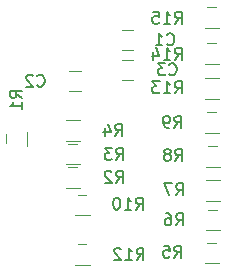
<source format=gbr>
G04 #@! TF.FileFunction,Legend,Bot*
%FSLAX46Y46*%
G04 Gerber Fmt 4.6, Leading zero omitted, Abs format (unit mm)*
G04 Created by KiCad (PCBNEW 4.0.6-e0-6349~53~ubuntu14.04.1) date Sun Jul 30 17:28:50 2017*
%MOMM*%
%LPD*%
G01*
G04 APERTURE LIST*
%ADD10C,0.100000*%
%ADD11C,0.120000*%
%ADD12C,0.150000*%
%ADD13R,1.900000X1.650000*%
%ADD14R,1.700000X1.900000*%
%ADD15R,1.900000X1.700000*%
%ADD16R,2.000000X2.000000*%
%ADD17C,2.000000*%
%ADD18R,2.100000X2.100000*%
%ADD19O,2.100000X2.100000*%
G04 APERTURE END LIST*
D10*
D11*
X123944000Y-45998500D02*
X122944000Y-45998500D01*
X122944000Y-44298500D02*
X123944000Y-44298500D01*
X119499000Y-49491000D02*
X118499000Y-49491000D01*
X118499000Y-47791000D02*
X119499000Y-47791000D01*
X122944000Y-46838500D02*
X123944000Y-46838500D01*
X123944000Y-48538500D02*
X122944000Y-48538500D01*
X114926000Y-54130500D02*
X114926000Y-52930500D01*
X113166000Y-52930500D02*
X113166000Y-54130500D01*
X118208500Y-57649000D02*
X119408500Y-57649000D01*
X119408500Y-55889000D02*
X118208500Y-55889000D01*
X118208500Y-55680500D02*
X119408500Y-55680500D01*
X119408500Y-53920500D02*
X118208500Y-53920500D01*
X118208500Y-53712000D02*
X119408500Y-53712000D01*
X119408500Y-51952000D02*
X118208500Y-51952000D01*
X130019500Y-64062500D02*
X131219500Y-64062500D01*
X131219500Y-62302500D02*
X130019500Y-62302500D01*
X130083000Y-61268500D02*
X131283000Y-61268500D01*
X131283000Y-59508500D02*
X130083000Y-59508500D01*
X130083000Y-58792000D02*
X131283000Y-58792000D01*
X131283000Y-57032000D02*
X130083000Y-57032000D01*
X130083000Y-55871000D02*
X131283000Y-55871000D01*
X131283000Y-54111000D02*
X130083000Y-54111000D01*
X130019500Y-53013500D02*
X131219500Y-53013500D01*
X131219500Y-51253500D02*
X130019500Y-51253500D01*
X119034000Y-59998500D02*
X120234000Y-59998500D01*
X120234000Y-58238500D02*
X119034000Y-58238500D01*
X119034000Y-64189500D02*
X120234000Y-64189500D01*
X120234000Y-62429500D02*
X119034000Y-62429500D01*
X130019500Y-50156000D02*
X131219500Y-50156000D01*
X131219500Y-48396000D02*
X130019500Y-48396000D01*
X130019500Y-47171500D02*
X131219500Y-47171500D01*
X131219500Y-45411500D02*
X130019500Y-45411500D01*
X130019500Y-44123500D02*
X131219500Y-44123500D01*
X131219500Y-42363500D02*
X130019500Y-42363500D01*
D12*
X126785666Y-45505643D02*
X126833285Y-45553262D01*
X126976142Y-45600881D01*
X127071380Y-45600881D01*
X127214238Y-45553262D01*
X127309476Y-45458024D01*
X127357095Y-45362786D01*
X127404714Y-45172310D01*
X127404714Y-45029452D01*
X127357095Y-44838976D01*
X127309476Y-44743738D01*
X127214238Y-44648500D01*
X127071380Y-44600881D01*
X126976142Y-44600881D01*
X126833285Y-44648500D01*
X126785666Y-44696119D01*
X125833285Y-45600881D02*
X126404714Y-45600881D01*
X126119000Y-45600881D02*
X126119000Y-44600881D01*
X126214238Y-44743738D01*
X126309476Y-44838976D01*
X126404714Y-44886595D01*
X115800166Y-48998143D02*
X115847785Y-49045762D01*
X115990642Y-49093381D01*
X116085880Y-49093381D01*
X116228738Y-49045762D01*
X116323976Y-48950524D01*
X116371595Y-48855286D01*
X116419214Y-48664810D01*
X116419214Y-48521952D01*
X116371595Y-48331476D01*
X116323976Y-48236238D01*
X116228738Y-48141000D01*
X116085880Y-48093381D01*
X115990642Y-48093381D01*
X115847785Y-48141000D01*
X115800166Y-48188619D01*
X115419214Y-48188619D02*
X115371595Y-48141000D01*
X115276357Y-48093381D01*
X115038261Y-48093381D01*
X114943023Y-48141000D01*
X114895404Y-48188619D01*
X114847785Y-48283857D01*
X114847785Y-48379095D01*
X114895404Y-48521952D01*
X115466833Y-49093381D01*
X114847785Y-49093381D01*
X126976166Y-48045643D02*
X127023785Y-48093262D01*
X127166642Y-48140881D01*
X127261880Y-48140881D01*
X127404738Y-48093262D01*
X127499976Y-47998024D01*
X127547595Y-47902786D01*
X127595214Y-47712310D01*
X127595214Y-47569452D01*
X127547595Y-47378976D01*
X127499976Y-47283738D01*
X127404738Y-47188500D01*
X127261880Y-47140881D01*
X127166642Y-47140881D01*
X127023785Y-47188500D01*
X126976166Y-47236119D01*
X126642833Y-47140881D02*
X126023785Y-47140881D01*
X126357119Y-47521833D01*
X126214261Y-47521833D01*
X126119023Y-47569452D01*
X126071404Y-47617071D01*
X126023785Y-47712310D01*
X126023785Y-47950405D01*
X126071404Y-48045643D01*
X126119023Y-48093262D01*
X126214261Y-48140881D01*
X126499976Y-48140881D01*
X126595214Y-48093262D01*
X126642833Y-48045643D01*
X114498381Y-50061834D02*
X114022190Y-49728500D01*
X114498381Y-49490405D02*
X113498381Y-49490405D01*
X113498381Y-49871358D01*
X113546000Y-49966596D01*
X113593619Y-50014215D01*
X113688857Y-50061834D01*
X113831714Y-50061834D01*
X113926952Y-50014215D01*
X113974571Y-49966596D01*
X114022190Y-49871358D01*
X114022190Y-49490405D01*
X114498381Y-51014215D02*
X114498381Y-50442786D01*
X114498381Y-50728500D02*
X113498381Y-50728500D01*
X113641238Y-50633262D01*
X113736476Y-50538024D01*
X113784095Y-50442786D01*
X122467666Y-57221381D02*
X122801000Y-56745190D01*
X123039095Y-57221381D02*
X123039095Y-56221381D01*
X122658142Y-56221381D01*
X122562904Y-56269000D01*
X122515285Y-56316619D01*
X122467666Y-56411857D01*
X122467666Y-56554714D01*
X122515285Y-56649952D01*
X122562904Y-56697571D01*
X122658142Y-56745190D01*
X123039095Y-56745190D01*
X122086714Y-56316619D02*
X122039095Y-56269000D01*
X121943857Y-56221381D01*
X121705761Y-56221381D01*
X121610523Y-56269000D01*
X121562904Y-56316619D01*
X121515285Y-56411857D01*
X121515285Y-56507095D01*
X121562904Y-56649952D01*
X122134333Y-57221381D01*
X121515285Y-57221381D01*
X122467666Y-55316381D02*
X122801000Y-54840190D01*
X123039095Y-55316381D02*
X123039095Y-54316381D01*
X122658142Y-54316381D01*
X122562904Y-54364000D01*
X122515285Y-54411619D01*
X122467666Y-54506857D01*
X122467666Y-54649714D01*
X122515285Y-54744952D01*
X122562904Y-54792571D01*
X122658142Y-54840190D01*
X123039095Y-54840190D01*
X122134333Y-54316381D02*
X121515285Y-54316381D01*
X121848619Y-54697333D01*
X121705761Y-54697333D01*
X121610523Y-54744952D01*
X121562904Y-54792571D01*
X121515285Y-54887810D01*
X121515285Y-55125905D01*
X121562904Y-55221143D01*
X121610523Y-55268762D01*
X121705761Y-55316381D01*
X121991476Y-55316381D01*
X122086714Y-55268762D01*
X122134333Y-55221143D01*
X122404166Y-53284381D02*
X122737500Y-52808190D01*
X122975595Y-53284381D02*
X122975595Y-52284381D01*
X122594642Y-52284381D01*
X122499404Y-52332000D01*
X122451785Y-52379619D01*
X122404166Y-52474857D01*
X122404166Y-52617714D01*
X122451785Y-52712952D01*
X122499404Y-52760571D01*
X122594642Y-52808190D01*
X122975595Y-52808190D01*
X121547023Y-52617714D02*
X121547023Y-53284381D01*
X121785119Y-52236762D02*
X122023214Y-52951048D01*
X121404166Y-52951048D01*
X127420666Y-63571381D02*
X127754000Y-63095190D01*
X127992095Y-63571381D02*
X127992095Y-62571381D01*
X127611142Y-62571381D01*
X127515904Y-62619000D01*
X127468285Y-62666619D01*
X127420666Y-62761857D01*
X127420666Y-62904714D01*
X127468285Y-62999952D01*
X127515904Y-63047571D01*
X127611142Y-63095190D01*
X127992095Y-63095190D01*
X126515904Y-62571381D02*
X126992095Y-62571381D01*
X127039714Y-63047571D01*
X126992095Y-62999952D01*
X126896857Y-62952333D01*
X126658761Y-62952333D01*
X126563523Y-62999952D01*
X126515904Y-63047571D01*
X126468285Y-63142810D01*
X126468285Y-63380905D01*
X126515904Y-63476143D01*
X126563523Y-63523762D01*
X126658761Y-63571381D01*
X126896857Y-63571381D01*
X126992095Y-63523762D01*
X127039714Y-63476143D01*
X127547666Y-60840881D02*
X127881000Y-60364690D01*
X128119095Y-60840881D02*
X128119095Y-59840881D01*
X127738142Y-59840881D01*
X127642904Y-59888500D01*
X127595285Y-59936119D01*
X127547666Y-60031357D01*
X127547666Y-60174214D01*
X127595285Y-60269452D01*
X127642904Y-60317071D01*
X127738142Y-60364690D01*
X128119095Y-60364690D01*
X126690523Y-59840881D02*
X126881000Y-59840881D01*
X126976238Y-59888500D01*
X127023857Y-59936119D01*
X127119095Y-60078976D01*
X127166714Y-60269452D01*
X127166714Y-60650405D01*
X127119095Y-60745643D01*
X127071476Y-60793262D01*
X126976238Y-60840881D01*
X126785761Y-60840881D01*
X126690523Y-60793262D01*
X126642904Y-60745643D01*
X126595285Y-60650405D01*
X126595285Y-60412310D01*
X126642904Y-60317071D01*
X126690523Y-60269452D01*
X126785761Y-60221833D01*
X126976238Y-60221833D01*
X127071476Y-60269452D01*
X127119095Y-60317071D01*
X127166714Y-60412310D01*
X127547666Y-58300881D02*
X127881000Y-57824690D01*
X128119095Y-58300881D02*
X128119095Y-57300881D01*
X127738142Y-57300881D01*
X127642904Y-57348500D01*
X127595285Y-57396119D01*
X127547666Y-57491357D01*
X127547666Y-57634214D01*
X127595285Y-57729452D01*
X127642904Y-57777071D01*
X127738142Y-57824690D01*
X128119095Y-57824690D01*
X127214333Y-57300881D02*
X126547666Y-57300881D01*
X126976238Y-58300881D01*
X127484166Y-55379881D02*
X127817500Y-54903690D01*
X128055595Y-55379881D02*
X128055595Y-54379881D01*
X127674642Y-54379881D01*
X127579404Y-54427500D01*
X127531785Y-54475119D01*
X127484166Y-54570357D01*
X127484166Y-54713214D01*
X127531785Y-54808452D01*
X127579404Y-54856071D01*
X127674642Y-54903690D01*
X128055595Y-54903690D01*
X126912738Y-54808452D02*
X127007976Y-54760833D01*
X127055595Y-54713214D01*
X127103214Y-54617976D01*
X127103214Y-54570357D01*
X127055595Y-54475119D01*
X127007976Y-54427500D01*
X126912738Y-54379881D01*
X126722261Y-54379881D01*
X126627023Y-54427500D01*
X126579404Y-54475119D01*
X126531785Y-54570357D01*
X126531785Y-54617976D01*
X126579404Y-54713214D01*
X126627023Y-54760833D01*
X126722261Y-54808452D01*
X126912738Y-54808452D01*
X127007976Y-54856071D01*
X127055595Y-54903690D01*
X127103214Y-54998929D01*
X127103214Y-55189405D01*
X127055595Y-55284643D01*
X127007976Y-55332262D01*
X126912738Y-55379881D01*
X126722261Y-55379881D01*
X126627023Y-55332262D01*
X126579404Y-55284643D01*
X126531785Y-55189405D01*
X126531785Y-54998929D01*
X126579404Y-54903690D01*
X126627023Y-54856071D01*
X126722261Y-54808452D01*
X127420666Y-52585881D02*
X127754000Y-52109690D01*
X127992095Y-52585881D02*
X127992095Y-51585881D01*
X127611142Y-51585881D01*
X127515904Y-51633500D01*
X127468285Y-51681119D01*
X127420666Y-51776357D01*
X127420666Y-51919214D01*
X127468285Y-52014452D01*
X127515904Y-52062071D01*
X127611142Y-52109690D01*
X127992095Y-52109690D01*
X126944476Y-52585881D02*
X126754000Y-52585881D01*
X126658761Y-52538262D01*
X126611142Y-52490643D01*
X126515904Y-52347786D01*
X126468285Y-52157310D01*
X126468285Y-51776357D01*
X126515904Y-51681119D01*
X126563523Y-51633500D01*
X126658761Y-51585881D01*
X126849238Y-51585881D01*
X126944476Y-51633500D01*
X126992095Y-51681119D01*
X127039714Y-51776357D01*
X127039714Y-52014452D01*
X126992095Y-52109690D01*
X126944476Y-52157310D01*
X126849238Y-52204929D01*
X126658761Y-52204929D01*
X126563523Y-52157310D01*
X126515904Y-52109690D01*
X126468285Y-52014452D01*
X124150357Y-59507381D02*
X124483691Y-59031190D01*
X124721786Y-59507381D02*
X124721786Y-58507381D01*
X124340833Y-58507381D01*
X124245595Y-58555000D01*
X124197976Y-58602619D01*
X124150357Y-58697857D01*
X124150357Y-58840714D01*
X124197976Y-58935952D01*
X124245595Y-58983571D01*
X124340833Y-59031190D01*
X124721786Y-59031190D01*
X123197976Y-59507381D02*
X123769405Y-59507381D01*
X123483691Y-59507381D02*
X123483691Y-58507381D01*
X123578929Y-58650238D01*
X123674167Y-58745476D01*
X123769405Y-58793095D01*
X122578929Y-58507381D02*
X122483690Y-58507381D01*
X122388452Y-58555000D01*
X122340833Y-58602619D01*
X122293214Y-58697857D01*
X122245595Y-58888333D01*
X122245595Y-59126429D01*
X122293214Y-59316905D01*
X122340833Y-59412143D01*
X122388452Y-59459762D01*
X122483690Y-59507381D01*
X122578929Y-59507381D01*
X122674167Y-59459762D01*
X122721786Y-59412143D01*
X122769405Y-59316905D01*
X122817024Y-59126429D01*
X122817024Y-58888333D01*
X122769405Y-58697857D01*
X122721786Y-58602619D01*
X122674167Y-58555000D01*
X122578929Y-58507381D01*
X124213857Y-63761881D02*
X124547191Y-63285690D01*
X124785286Y-63761881D02*
X124785286Y-62761881D01*
X124404333Y-62761881D01*
X124309095Y-62809500D01*
X124261476Y-62857119D01*
X124213857Y-62952357D01*
X124213857Y-63095214D01*
X124261476Y-63190452D01*
X124309095Y-63238071D01*
X124404333Y-63285690D01*
X124785286Y-63285690D01*
X123261476Y-63761881D02*
X123832905Y-63761881D01*
X123547191Y-63761881D02*
X123547191Y-62761881D01*
X123642429Y-62904738D01*
X123737667Y-62999976D01*
X123832905Y-63047595D01*
X122880524Y-62857119D02*
X122832905Y-62809500D01*
X122737667Y-62761881D01*
X122499571Y-62761881D01*
X122404333Y-62809500D01*
X122356714Y-62857119D01*
X122309095Y-62952357D01*
X122309095Y-63047595D01*
X122356714Y-63190452D01*
X122928143Y-63761881D01*
X122309095Y-63761881D01*
X127452357Y-49664881D02*
X127785691Y-49188690D01*
X128023786Y-49664881D02*
X128023786Y-48664881D01*
X127642833Y-48664881D01*
X127547595Y-48712500D01*
X127499976Y-48760119D01*
X127452357Y-48855357D01*
X127452357Y-48998214D01*
X127499976Y-49093452D01*
X127547595Y-49141071D01*
X127642833Y-49188690D01*
X128023786Y-49188690D01*
X126499976Y-49664881D02*
X127071405Y-49664881D01*
X126785691Y-49664881D02*
X126785691Y-48664881D01*
X126880929Y-48807738D01*
X126976167Y-48902976D01*
X127071405Y-48950595D01*
X126166643Y-48664881D02*
X125547595Y-48664881D01*
X125880929Y-49045833D01*
X125738071Y-49045833D01*
X125642833Y-49093452D01*
X125595214Y-49141071D01*
X125547595Y-49236310D01*
X125547595Y-49474405D01*
X125595214Y-49569643D01*
X125642833Y-49617262D01*
X125738071Y-49664881D01*
X126023786Y-49664881D01*
X126119024Y-49617262D01*
X126166643Y-49569643D01*
X127452357Y-46807381D02*
X127785691Y-46331190D01*
X128023786Y-46807381D02*
X128023786Y-45807381D01*
X127642833Y-45807381D01*
X127547595Y-45855000D01*
X127499976Y-45902619D01*
X127452357Y-45997857D01*
X127452357Y-46140714D01*
X127499976Y-46235952D01*
X127547595Y-46283571D01*
X127642833Y-46331190D01*
X128023786Y-46331190D01*
X126499976Y-46807381D02*
X127071405Y-46807381D01*
X126785691Y-46807381D02*
X126785691Y-45807381D01*
X126880929Y-45950238D01*
X126976167Y-46045476D01*
X127071405Y-46093095D01*
X125642833Y-46140714D02*
X125642833Y-46807381D01*
X125880929Y-45759762D02*
X126119024Y-46474048D01*
X125499976Y-46474048D01*
X127452357Y-43759381D02*
X127785691Y-43283190D01*
X128023786Y-43759381D02*
X128023786Y-42759381D01*
X127642833Y-42759381D01*
X127547595Y-42807000D01*
X127499976Y-42854619D01*
X127452357Y-42949857D01*
X127452357Y-43092714D01*
X127499976Y-43187952D01*
X127547595Y-43235571D01*
X127642833Y-43283190D01*
X128023786Y-43283190D01*
X126499976Y-43759381D02*
X127071405Y-43759381D01*
X126785691Y-43759381D02*
X126785691Y-42759381D01*
X126880929Y-42902238D01*
X126976167Y-42997476D01*
X127071405Y-43045095D01*
X125595214Y-42759381D02*
X126071405Y-42759381D01*
X126119024Y-43235571D01*
X126071405Y-43187952D01*
X125976167Y-43140333D01*
X125738071Y-43140333D01*
X125642833Y-43187952D01*
X125595214Y-43235571D01*
X125547595Y-43330810D01*
X125547595Y-43568905D01*
X125595214Y-43664143D01*
X125642833Y-43711762D01*
X125738071Y-43759381D01*
X125976167Y-43759381D01*
X126071405Y-43711762D01*
X126119024Y-43664143D01*
%LPC*%
D13*
X122194000Y-45148500D03*
X124694000Y-45148500D03*
X117749000Y-48641000D03*
X120249000Y-48641000D03*
X124694000Y-47688500D03*
X122194000Y-47688500D03*
D14*
X114046000Y-52180500D03*
X114046000Y-54880500D03*
D15*
X120158500Y-56769000D03*
X117458500Y-56769000D03*
X120158500Y-54800500D03*
X117458500Y-54800500D03*
X120158500Y-52832000D03*
X117458500Y-52832000D03*
X131969500Y-63182500D03*
X129269500Y-63182500D03*
X132033000Y-60388500D03*
X129333000Y-60388500D03*
X132033000Y-57912000D03*
X129333000Y-57912000D03*
X132033000Y-54991000D03*
X129333000Y-54991000D03*
X131969500Y-52133500D03*
X129269500Y-52133500D03*
X120984000Y-59118500D03*
X118284000Y-59118500D03*
D16*
X117094000Y-61214000D03*
D17*
X122094000Y-61214000D03*
D15*
X120984000Y-63309500D03*
X118284000Y-63309500D03*
X131969500Y-49276000D03*
X129269500Y-49276000D03*
X131969500Y-46291500D03*
X129269500Y-46291500D03*
X131969500Y-43243500D03*
X129269500Y-43243500D03*
D18*
X109156500Y-40449500D03*
D19*
X109156500Y-42989500D03*
X111696500Y-42989500D03*
X109156500Y-45529500D03*
X111696500Y-45529500D03*
X109156500Y-48069500D03*
X111696500Y-48069500D03*
X111696500Y-50609500D03*
X111696500Y-53149500D03*
X109156500Y-55689500D03*
X111696500Y-55689500D03*
X109156500Y-58229500D03*
X111696500Y-58229500D03*
X109156500Y-60769500D03*
X111696500Y-60769500D03*
X109156500Y-63309500D03*
M02*

</source>
